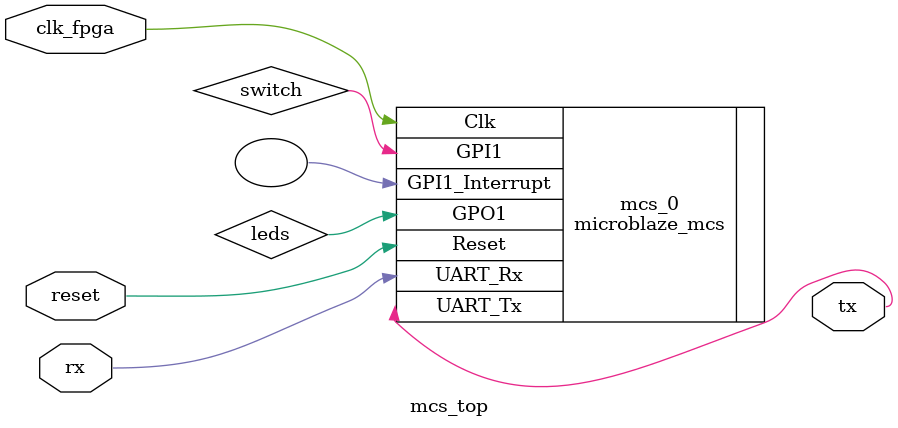
<source format=v>
`timescale 1ns / 1ps
module mcs_top(
	input clk_fpga,

	input reset,

	input rx,

	output tx

);

microblaze_mcs mcs_0 (

	.Clk(clk_fpga), // input Clk

	.Reset(reset), // input Reset

	.UART_Rx(rx), // input UART_Rx

	.UART_Tx(tx), // output UART_Tx

	.GPO1(leds), // ouput [7 : 0] GPO1

	.GPI1(switch), // input [7 : 0] GPI1

	.GPI1_Interrupt() // output GPI1_Interrupt
);


endmodule

</source>
